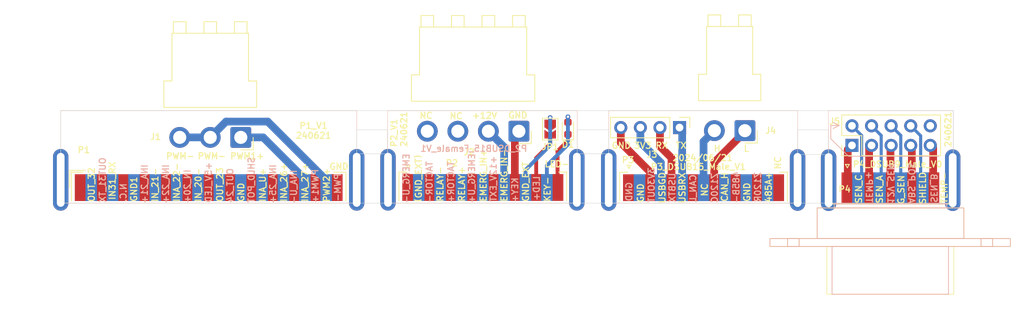
<source format=kicad_pcb>
(kicad_pcb (version 20221018) (generator pcbnew)
  (layers (0 "F.Cu" signal) (31 "B.Cu" signal) (34 "B.Paste" user) (35 "F.Paste" user) (36 "B.SilkS" user "B.Silkscreen") (37 "F.SilkS" user "F.Silkscreen") (38 "B.Mask" user) (39 "F.Mask" user) (44 "Edge.Cuts" user))
  (net 0 "")
  (footprint "Connector_Dsub:DSUB-25_Male_EdgeMount_P2.77mm_1" (layer "F.Cu") (at 82.2 94.9925)
    (fp_text reference "P1" (at -16.2 -4.8925) (layer "F.SilkS") (effects (font (size 0.8 0.8))))
    (fp_text value "DB25_Male")
    (fp_line (start -18.043333 -2.24) (end -16 -2.24) (stroke (width 0.12)) (layer "F.SilkS"))
    (fp_line (start -18.043333 0) (end -18.043333 -2.24) (stroke (width 0.12)) (layer "F.SilkS"))
    (fp_line (start -17.803333 -2) (end -17.803333 1.74) (stroke (width 0.12)) (layer "F.SilkS"))
    (fp_line (start -16.3 -2) (end -17.803333 -2) (stroke (width 0.12)) (layer "F.SilkS"))
    (fp_line (start 17.803333 -2) (end 16.2 -2) (stroke (width 0.12)) (layer "F.SilkS"))
    (fp_line (start 17.803333 1.74) (end 17.803333 -2) (stroke (width 0.12)) (layer "F.SilkS"))
    (pad "0" thru_hole oval (at -19.2 -1.01) (size 2 8) (drill oval 1 7) (layers "*.Cu" "*.Mask"))
    (pad "0" thru_hole oval (at 19.2 -1.01) (size 2 8) (drill oval 1 7) (layers "*.Cu" "*.Mask"))
    (pad "1" smd rect (at -16.62 0) (size 1.5 3.48) (layers "F.Cu" "F.Paste" "F.Mask"))
    (pad "2" smd rect (at -13.85 0) (size 1.5 3.48) (layers "F.Cu" "F.Paste" "F.Mask"))
    (pad "3" smd rect (at -11.08 0) (size 1.5 3.48) (layers "F.Cu" "F.Paste" "F.Mask"))
    (pad "4" smd rect (at -8.31 0) (size 1.5 3.48) (layers "F.Cu" "F.Paste" "F.Mask"))
    (pad "5" smd rect (at -5.54 0) (size 1.5 3.48) (layers "F.Cu" "F.Paste" "F.Mask"))
    (pad "6" smd rect (at -2.77 0) (size 1.5 3.48) (layers "F.Cu" "F.Paste" "F.Mask"))
    (pad "7" smd rect (at 0 0) (size 1.5 3.48) (layers "F.Cu" "F.Paste" "F.Mask"))
    (pad "8" smd rect (at 2.77 0) (size 1.5 3.48) (layers "F.Cu" "F.Paste" "F.Mask"))
    (pad "9" smd rect (at 5.54 0) (size 1.5 3.48) (layers "F.Cu" "F.Paste" "F.Mask"))
    (pad "10" smd rect (at 8.31 0) (size 1.5 3.48) (layers "F.Cu" "F.Paste" "F.Mask"))
    (pad "11" smd rect (at 11.08 0) (size 1.5 3.48) (layers "F.Cu" "F.Paste" "F.Mask"))
    (pad "12" smd rect (at 13.85 0) (size 1.5 3.48) (layers "F.Cu" "F.Paste" "F.Mask"))
    (pad "13" smd rect (at 16.62 0) (size 1.5 3.48) (layers "F.Cu" "F.Paste" "F.Mask"))
    (pad "14" smd rect (at -15.235 0) (size 1.5 3.48) (layers "B.Cu" "B.Paste" "B.Mask"))
    (pad "15" smd rect (at -12.465 0) (size 1.5 3.48) (layers "B.Cu" "B.Paste" "B.Mask"))
    (pad "16" smd rect (at -9.695 0) (size 1.5 3.48) (layers "B.Cu" "B.Paste" "B.Mask"))
    (pad "17" smd rect (at -6.925 0) (size 1.5 3.48) (layers "B.Cu" "B.Paste" "B.Mask"))
    (pad "18" smd rect (at -4.155 0) (size 1.5 3.48) (layers "B.Cu" "B.Paste" "B.Mask"))
    (pad "19" smd rect (at -1.385 0) (size 1.5 3.48) (layers "B.Cu" "B.Paste" "B.Mask"))
    (pad "20" smd rect (at 1.385 0) (size 1.5 3.48) (layers "B.Cu" "B.Paste" "B.Mask"))
    (pad "21" smd rect (at 4.155 0) (size 1.5 3.48) (layers "B.Cu" "B.Paste" "B.Mask"))
    (pad "22" smd rect (at 6.925 0) (size 1.5 3.48) (layers "B.Cu" "B.Paste" "B.Mask"))
    (pad "23" smd rect (at 9.695 0) (size 1.5 3.48) (layers "B.Cu" "B.Paste" "B.Mask"))
    (pad "24" smd rect (at 12.465 0) (size 1.5 3.48) (layers "B.Cu" "B.Paste" "B.Mask"))
    (pad "25" smd rect (at 15.235 0) (size 1.5 3.48) (layers "B.Cu" "B.Paste" "B.Mask"))
  )
  (footprint "Connector_JST:JST_VH_B3PS-VH_1x03_P3.96mm_Horizontal" (layer "F.Cu") (at 86.36 88.475 180)
    (fp_text reference "J1" (at 11.06 0.075) (layer "F.SilkS") (effects (font (size 0.8 0.8))))
    (fp_text value "Conn_01x03_Pin")
    (fp_line (start -2.06 3.89) (end 9.98 3.89) (stroke (width 0.12)) (layer "F.SilkS"))
    (fp_line (start -2.06 7.31) (end -2.06 3.89) (stroke (width 0.12)) (layer "F.SilkS"))
    (fp_line (start -1.61 -1.61) (end -1.61 0) (stroke (width 0.12)) (layer "F.SilkS"))
    (fp_line (start -1.01 7.31) (end -2.06 7.31) (stroke (width 0.12)) (layer "F.SilkS"))
    (fp_line (start -1.01 13.51) (end -1.01 7.31) (stroke (width 0.12)) (layer "F.SilkS"))
    (fp_line (start -0.82 13.51) (end -0.82 15.01) (stroke (width 0.12)) (layer "F.SilkS"))
    (fp_line (start -0.82 15.01) (end 0.82 15.01) (stroke (width 0.12)) (layer "F.SilkS"))
    (fp_line (start 0 -1.61) (end -1.61 -1.61) (stroke (width 0.12)) (layer "F.SilkS"))
    (fp_line (start 0.82 15.01) (end 0.82 13.51) (stroke (width 0.12)) (layer "F.SilkS"))
    (fp_line (start 3.14 13.51) (end 3.14 15.01) (stroke (width 0.12)) (layer "F.SilkS"))
    (fp_line (start 3.14 15.01) (end 4.78 15.01) (stroke (width 0.12)) (layer "F.SilkS"))
    (fp_line (start 4.78 15.01) (end 4.78 13.51) (stroke (width 0.12)) (layer "F.SilkS"))
    (fp_line (start 7.1 13.51) (end 7.1 15.01) (stroke (width 0.12)) (layer "F.SilkS"))
    (fp_line (start 7.1 15.01) (end 8.74 15.01) (stroke (width 0.12)) (layer "F.SilkS"))
    (fp_line (start 8.74 15.01) (end 8.74 13.51) (stroke (width 0.12)) (layer "F.SilkS"))
    (fp_line (start 8.93 7.31) (end 8.93 13.51) (stroke (width 0.12)) (layer "F.SilkS"))
    (fp_line (start 8.93 13.51) (end -1.01 13.51) (stroke (width 0.12)) (layer "F.SilkS"))
    (fp_line (start 9.98 3.89) (end 9.98 7.31) (stroke (width 0.12)) (layer "F.SilkS"))
    (fp_line (start 9.98 7.31) (end 8.93 7.31) (stroke (width 0.12)) (layer "F.SilkS"))
    (pad "1" thru_hole roundrect (at 0 0 180) (size 2.7 2.7) (drill 1.7) (layers "*.Cu" "*.Mask") (roundrect_rratio 0.09259296296))
    (pad "2" thru_hole circle (at 3.96 0 180) (size 2.7 2.7) (drill 1.7) (layers "*.Cu" "*.Mask"))
    (pad "3" thru_hole circle (at 7.92 0 180) (size 2.7 2.7) (drill 1.7) (layers "*.Cu" "*.Mask"))
  )
  (footprint "Jumper:SolderJumper-2_P1.3mm_Open_TrianglePad1.0x1.5mm" (layer "F.Cu") (at 126.5 87.4 -90)
    (fp_text reference "JP1" (at 2.3 0 -180) (layer "F.SilkS") (effects (font (size 0.8 0.8))))
    (fp_text value "SolderJumper_2_Open")
    (fp_line (start -1.4 -1) (end 1.4 -1) (stroke (width 0.12)) (layer "F.SilkS"))
    (fp_line (start -1.4 1) (end -1.4 -1) (stroke (width 0.12)) (layer "F.SilkS"))
    (fp_line (start 1.4 -1) (end 1.4 1) (stroke (width 0.12)) (layer "F.SilkS"))
    (fp_line (start 1.4 1) (end -1.4 1) (stroke (width 0.12)) (layer "F.SilkS"))
    (pad "1" smd custom (at -0.725 0 270) (size 0.3 0.3) (layers "F.Cu" "F.Mask") (options (clearance outline) (anchor rect)) (primitives (gr_poly (pts (xy 1 0) (xy 0.5 0.75) (xy -0.5 0.75) (xy -0.5 -0.75) (xy 0.5 -0.75)) (width 0) (fill yes))))
    (pad "2" smd custom (at 0.725 0 270) (size 0.3 0.3) (layers "F.Cu" "F.Mask") (options (clearance outline) (anchor rect)) (primitives (gr_poly (pts (xy 0.5 0.75) (xy -0.65 0.75) (xy -0.15 0) (xy -0.65 -0.75) (xy 0.5 -0.75)) (width 0) (fill yes))))
  )
  (footprint "Connector_JST:JST_VH_B2PS-VH_1x02_P3.96mm_Horizontal" (layer "F.Cu") (at 151.76 87.6 180)
    (fp_text reference "J4" (at -3.34 0) (layer "F.SilkS") (effects (font (size 0.8 0.8))))
    (fp_text value "B2PS-VH")
    (fp_line (start -2.06 3.89) (end 6.02 3.89) (stroke (width 0.12)) (layer "F.SilkS"))
    (fp_line (start -2.06 7.31) (end -2.06 3.89) (stroke (width 0.12)) (layer "F.SilkS"))
    (fp_line (start -1.61 -1.61) (end -1.61 0) (stroke (width 0.12)) (layer "F.SilkS"))
    (fp_line (start -1.01 7.31) (end -2.06 7.31) (stroke (width 0.12)) (layer "F.SilkS"))
    (fp_line (start -1.01 13.51) (end -1.01 7.31) (stroke (width 0.12)) (layer "F.SilkS"))
    (fp_line (start -0.82 13.51) (end -0.82 15.01) (stroke (width 0.12)) (layer "F.SilkS"))
    (fp_line (start -0.82 15.01) (end 0.82 15.01) (stroke (width 0.12)) (layer "F.SilkS"))
    (fp_line (start 0 -1.61) (end -1.61 -1.61) (stroke (width 0.12)) (layer "F.SilkS"))
    (fp_line (start 0.82 15.01) (end 0.82 13.51) (stroke (width 0.12)) (layer "F.SilkS"))
    (fp_line (start 3.14 13.51) (end 3.14 15.01) (stroke (width 0.12)) (layer "F.SilkS"))
    (fp_line (start 3.14 15.01) (end 4.78 15.01) (stroke (width 0.12)) (layer "F.SilkS"))
    (fp_line (start 4.78 15.01) (end 4.78 13.51) (stroke (width 0.12)) (layer "F.SilkS"))
    (fp_line (start 4.97 7.31) (end 4.97 13.51) (stroke (width 0.12)) (layer "F.SilkS"))
    (fp_line (start 4.97 13.51) (end -1.01 13.51) (stroke (width 0.12)) (layer "F.SilkS"))
    (fp_line (start 6.02 3.89) (end 6.02 7.31) (stroke (width 0.12)) (layer "F.SilkS"))
    (fp_line (start 6.02 7.31) (end 4.97 7.31) (stroke (width 0.12)) (layer "F.SilkS"))
    (pad "1" thru_hole roundrect (at 0 0 180) (size 2.7 2.7) (drill 1.7) (layers "*.Cu" "*.Mask") (roundrect_rratio 0.09259296296))
    (pad "2" thru_hole circle (at 3.96 0 180) (size 2.7 2.7) (drill 1.7) (layers "*.Cu" "*.Mask"))
  )
  (footprint "Connector_Dsub:DSUB-15_Male_EdgeMount_P2.77mm_1" (layer "F.Cu") (at 117.76 94.975)
    (fp_text reference "P2" (at -4.01 -3.175) (layer "F.SilkS") (effects (font (size 0.8 0.8))))
    (fp_text value "DSUB15 Male")
    (fp_line (start -10.878333 -2) (end -10.878333 1.74) (stroke (width 0.12)) (layer "F.SilkS"))
    (fp_line (start -9.925 -2.916506) (end -9.425 -2.916506) (stroke (width 0.12)) (layer "F.SilkS"))
    (fp_line (start -9.835834 -2) (end -10.864167 -2) (stroke (width 0.12)) (layer "F.SilkS"))
    (fp_line (start -9.675 -2.483493) (end -9.925 -2.916506) (stroke (width 0.12)) (layer "F.SilkS"))
    (fp_line (start -9.425 -2.916506) (end -9.675 -2.483493) (stroke (width 0.12)) (layer "F.SilkS"))
    (fp_line (start 10.878333 -2) (end 9.85 -2) (stroke (width 0.12)) (layer "F.SilkS"))
    (fp_line (start 10.878333 1.74) (end 10.878333 -2) (stroke (width 0.12)) (layer "F.SilkS"))
    (pad "0" thru_hole oval (at -12.3 -1) (size 2 8) (drill oval 1 7) (layers "*.Cu" "*.Mask"))
    (pad "0" thru_hole oval (at 12.2 -1) (size 2 8) (drill oval 1 7) (layers "*.Cu" "*.Mask"))
    (pad "1" smd rect (at -9.695 0) (size 1.5 3.48) (layers "F.Cu" "F.Paste" "F.Mask"))
    (pad "2" smd rect (at -6.925 0) (size 1.5 3.48) (layers "F.Cu" "F.Paste" "F.Mask"))
    (pad "3" smd rect (at -4.155 0) (size 1.5 3.48) (layers "F.Cu" "F.Paste" "F.Mask"))
    (pad "4" smd rect (at -1.385 0) (size 1.5 3.48) (layers "F.Cu" "F.Paste" "F.Mask"))
    (pad "5" smd rect (at 1.385 0) (size 1.5 3.48) (layers "F.Cu" "F.Paste" "F.Mask"))
    (pad "6" smd rect (at 4.155 0) (size 1.5 3.48) (layers "F.Cu" "F.Paste" "F.Mask"))
    (pad "7" smd rect (at 6.925 0) (size 1.5 3.48) (layers "F.Cu" "F.Paste" "F.Mask"))
    (pad "8" smd rect (at 9.695 0) (size 1.5 3.48) (layers "F.Cu" "F.Paste" "F.Mask"))
    (pad "9" smd rect (at -8.31 0) (size 1.5 3.48) (layers "B.Cu" "B.Paste" "B.Mask"))
    (pad "10" smd rect (at -5.54 0) (size 1.5 3.48) (layers "B.Cu" "B.Paste" "B.Mask"))
    (pad "11" smd rect (at -2.77 0) (size 1.5 3.48) (layers "B.Cu" "B.Paste" "B.Mask"))
    (pad "12" smd rect (at 0 0) (size 1.5 3.48) (layers "B.Cu" "B.Paste" "B.Mask"))
    (pad "13" smd rect (at 2.77 0) (size 1.5 3.48) (layers "B.Cu" "B.Paste" "B.Mask"))
    (pad "14" smd rect (at 5.54 0) (size 1.5 3.48) (layers "B.Cu" "B.Paste" "B.Mask"))
    (pad "15" smd rect (at 8.31 0) (size 1.5 3.48) (layers "B.Cu" "B.Paste" "B.Mask"))
  )
  (footprint "Connector_Dsub:DSUB-15_Male_EdgeMount_P2.77mm_1" (layer "F.Cu") (at 146.395 95)
    (fp_text reference "P3" (at -9.795 -3.6) (layer "F.SilkS") (effects (font (size 0.8 0.8))))
    (fp_text value "DA15")
    (fp_line (start -10.878333 -2) (end -10.878333 1.74) (stroke (width 0.12)) (layer "F.SilkS"))
    (fp_line (start -9.925 -2.916506) (end -9.425 -2.916506) (stroke (width 0.12)) (layer "F.SilkS"))
    (fp_line (start -9.835834 -2) (end -10.864167 -2) (stroke (width 0.12)) (layer "F.SilkS"))
    (fp_line (start -9.675 -2.483493) (end -9.925 -2.916506) (stroke (width 0.12)) (layer "F.SilkS"))
    (fp_line (start -9.425 -2.916506) (end -9.675 -2.483493) (stroke (width 0.12)) (layer "F.SilkS"))
    (fp_line (start 10.878333 -2) (end 9.85 -2) (stroke (width 0.12)) (layer "F.SilkS"))
    (fp_line (start 10.878333 1.74) (end 10.878333 -2) (stroke (width 0.12)) (layer "F.SilkS"))
    (pad "0" thru_hole oval (at -12.3 -1) (size 2 8) (drill oval 1 7) (layers "*.Cu" "*.Mask"))
    (pad "0" thru_hole oval (at 12.2 -1) (size 2 8) (drill oval 1 7) (layers "*.Cu" "*.Mask"))
    (pad "1" smd rect (at -9.695 0) (size 1.5 3.48) (layers "F.Cu" "F.Paste" "F.Mask"))
    (pad "2" smd rect (at -6.925 0) (size 1.5 3.48) (layers "F.Cu" "F.Paste" "F.Mask"))
    (pad "3" smd rect (at -4.155 0) (size 1.5 3.48) (layers "F.Cu" "F.Paste" "F.Mask"))
    (pad "4" smd rect (at -1.385 0) (size 1.5 3.48) (layers "F.Cu" "F.Paste" "F.Mask"))
    (pad "5" smd rect (at 1.385 0) (size 1.5 3.48) (layers "F.Cu" "F.Paste" "F.Mask"))
    (pad "6" smd rect (at 4.155 0) (size 1.5 3.48) (layers "F.Cu" "F.Paste" "F.Mask"))
    (pad "7" smd rect (at 6.925 0) (size 1.5 3.48) (layers "F.Cu" "F.Paste" "F.Mask"))
    (pad "8" smd rect (at 9.695 0) (size 1.5 3.48) (layers "F.Cu" "F.Paste" "F.Mask"))
    (pad "9" smd rect (at -8.31 0) (size 1.5 3.48) (layers "B.Cu" "B.Paste" "B.Mask"))
    (pad "10" smd rect (at -5.54 0) (size 1.5 3.48) (layers "B.Cu" "B.Paste" "B.Mask"))
    (pad "11" smd rect (at -2.77 0) (size 1.5 3.48) (layers "B.Cu" "B.Paste" "B.Mask"))
    (pad "12" smd rect (at 0 0) (size 1.5 3.48) (layers "B.Cu" "B.Paste" "B.Mask"))
    (pad "13" smd rect (at 2.77 0) (size 1.5 3.48) (layers "B.Cu" "B.Paste" "B.Mask"))
    (pad "14" smd rect (at 5.54 0) (size 1.5 3.48) (layers "B.Cu" "B.Paste" "B.Mask"))
    (pad "15" smd rect (at 8.31 0) (size 1.5 3.48) (layers "B.Cu" "B.Paste" "B.Mask"))
  )
  (footprint "LED_SMD:LED_0603_1608Metric" (layer "F.Cu") (at 128.8 87.3 90)
    (fp_text reference "D1" (at -2.1 0 180) (layer "F.SilkS") (effects (font (size 0.8 0.8))))
    (fp_text value "LED")
    (fp_line (start -1.485 -0.735) (end -1.485 0.735) (stroke (width 0.12)) (layer "F.SilkS"))
    (fp_line (start -1.485 0.735) (end 0.8 0.735) (stroke (width 0.12)) (layer "F.SilkS"))
    (fp_line (start 0.8 -0.735) (end -1.485 -0.735) (stroke (width 0.12)) (layer "F.SilkS"))
    (pad "1" smd roundrect (at -0.7875 0 90) (size 0.875 0.95) (layers "F.Cu" "F.Paste" "F.Mask"))
    (pad "2" smd roundrect (at 0.7875 0 90) (size 0.875 0.95) (layers "F.Cu" "F.Paste" "F.Mask"))
  )
  (footprint "Connector_PinHeader_2.54mm:PinHeader_1x04_P2.54mm_Vertical" (layer "F.Cu") (at 143.28 87.2 -90)
    (fp_text reference "J3" (at 3.5 3.58) (layer "F.SilkS") (effects (font (size 0.8 0.8))))
    (fp_text value "4P_Header")
    (fp_line (start -1.33 -1.33) (end 0 -1.33) (stroke (width 0.12)) (layer "F.SilkS"))
    (fp_line (start -1.33 0) (end -1.33 -1.33) (stroke (width 0.12)) (layer "F.SilkS"))
    (fp_line (start -1.33 1.27) (end -1.33 8.95) (stroke (width 0.12)) (layer "F.SilkS"))
    (fp_line (start -1.33 1.27) (end 1.33 1.27) (stroke (width 0.12)) (layer "F.SilkS"))
    (fp_line (start -1.33 8.95) (end 1.33 8.95) (stroke (width 0.12)) (layer "F.SilkS"))
    (fp_line (start 1.33 1.27) (end 1.33 8.95) (stroke (width 0.12)) (layer "F.SilkS"))
    (pad "1" thru_hole rect (at 0 0 270) (size 1.7 1.7) (drill 1) (layers "*.Cu" "*.Mask"))
    (pad "2" thru_hole oval (at 0 2.54 270) (size 1.7 1.7) (drill 1) (layers "*.Cu" "*.Mask"))
    (pad "3" thru_hole oval (at 0 5.08 270) (size 1.7 1.7) (drill 1) (layers "*.Cu" "*.Mask"))
    (pad "4" thru_hole oval (at 0 7.62 270) (size 1.7 1.7) (drill 1) (layers "*.Cu" "*.Mask"))
  )
  (footprint "Connector_JST:JST_VH_B4PS-VH_1x04_P3.96mm_Horizontal" (layer "F.Cu") (at 122.44 87.675 180)
    (fp_text reference "J2" (at 6.46 -2.7) (layer "F.SilkS") (effects (font (size 0.8 0.8))))
    (fp_text value "B4PS-VH")
    (fp_line (start -2.06 3.89) (end 13.94 3.89) (stroke (width 0.12)) (layer "F.SilkS"))
    (fp_line (start -2.06 7.31) (end -2.06 3.89) (stroke (width 0.12)) (layer "F.SilkS"))
    (fp_line (start -1.61 -1.61) (end -1.61 0) (stroke (width 0.12)) (layer "F.SilkS"))
    (fp_line (start -1.01 7.31) (end -2.06 7.31) (stroke (width 0.12)) (layer "F.SilkS"))
    (fp_line (start -1.01 13.51) (end -1.01 7.31) (stroke (width 0.12)) (layer "F.SilkS"))
    (fp_line (start -0.82 13.51) (end -0.82 15.01) (stroke (width 0.12)) (layer "F.SilkS"))
    (fp_line (start -0.82 15.01) (end 0.82 15.01) (stroke (width 0.12)) (layer "F.SilkS"))
    (fp_line (start 0 -1.61) (end -1.61 -1.61) (stroke (width 0.12)) (layer "F.SilkS"))
    (fp_line (start 0.82 15.01) (end 0.82 13.51) (stroke (width 0.12)) (layer "F.SilkS"))
    (fp_line (start 3.14 13.51) (end 3.14 15.01) (stroke (width 0.12)) (layer "F.SilkS"))
    (fp_line (start 3.14 15.01) (end 4.78 15.01) (stroke (width 0.12)) (layer "F.SilkS"))
    (fp_line (start 4.78 15.01) (end 4.78 13.51) (stroke (width 0.12)) (layer "F.SilkS"))
    (fp_line (start 7.1 13.51) (end 7.1 15.01) (stroke (width 0.12)) (layer "F.SilkS"))
    (fp_line (start 7.1 15.01) (end 8.74 15.01) (stroke (width 0.12)) (layer "F.SilkS"))
    (fp_line (start 8.74 15.01) (end 8.74 13.51) (stroke (width 0.12)) (layer "F.SilkS"))
    (fp_line (start 11.06 13.51) (end 11.06 15.01) (stroke (width 0.12)) (layer "F.SilkS"))
    (fp_line (start 11.06 15.01) (end 12.7 15.01) (stroke (width 0.12)) (layer "F.SilkS"))
    (fp_line (start 12.7 15.01) (end 12.7 13.51) (stroke (width 0.12)) (layer "F.SilkS"))
    (fp_line (start 12.89 7.31) (end 12.89 13.51) (stroke (width 0.12)) (layer "F.SilkS"))
    (fp_line (start 12.89 13.51) (end -1.01 13.51) (stroke (width 0.12)) (layer "F.SilkS"))
    (fp_line (start 13.94 3.89) (end 13.94 7.31) (stroke (width 0.12)) (layer "F.SilkS"))
    (fp_line (start 13.94 7.31) (end 12.89 7.31) (stroke (width 0.12)) (layer "F.SilkS"))
    (pad "1" thru_hole roundrect (at 0 0 180) (size 2.7 2.7) (drill 1.7) (layers "*.Cu" "*.Mask") (roundrect_rratio 0.09259296296))
    (pad "2" thru_hole circle (at 3.96 0 180) (size 2.7 2.7) (drill 1.7) (layers "*.Cu" "*.Mask"))
    (pad "3" thru_hole circle (at 7.92 0 180) (size 2.7 2.7) (drill 1.7) (layers "*.Cu" "*.Mask"))
    (pad "4" thru_hole circle (at 11.88 0 180) (size 2.7 2.7) (drill 1.7) (layers "*.Cu" "*.Mask"))
  )
  (footprint "Connector_Dsub:DSUB-9_Male_Calendar_P2.77x2.84mm_MountingHoles3.1mm_24.99" (layer "F.Cu") (at 170.6 102.625)
    (fp_text reference "P4" (at -5.9 -7.425) (layer "F.SilkS") (effects (font (size 0.8 0.8))))
    (fp_text value "DE9_Receptacle_MountingHoles")
    (fp_rect (start -15.595 -1.02) (end 15.595 0) (stroke (width 0.1)) (fill none) (layer "B.SilkS"))
    (fp_rect (start -13.3 -1.02) (end -11.8 0) (stroke (width 0.1)) (fill none) (layer "B.SilkS"))
    (fp_rect (start -9.46 -5.01) (end 9.56 -1.02) (stroke (width 0.1)) (fill none) (layer "B.SilkS"))
    (fp_rect (start -7.53 0) (end 7.57 6.2) (stroke (width 0.1)) (fill none) (layer "B.SilkS"))
    (fp_rect (start -7.25 -5.51) (end 7.35 -5.01) (stroke (width 0.1)) (fill none) (layer "B.SilkS"))
    (fp_rect (start 11.8 -1.02) (end 13.3 0) (stroke (width 0.1)) (fill none) (layer "B.SilkS"))
    (fp_line (start -5.8 -10.643013) (end -5.3 -10.643013) (stroke (width 0.12)) (layer "F.SilkS"))
    (fp_line (start -5.55 -10.21) (end -5.8 -10.643013) (stroke (width 0.12)) (layer "F.SilkS"))
    (fp_line (start -5.3 -10.643013) (end -5.55 -10.21) (stroke (width 0.12)) (layer "F.SilkS"))
    (fp_rect (start -15.595 -1.02) (end 15.595 0) (stroke (width 0.1)) (fill none) (layer "F.SilkS"))
    (fp_rect (start -13.3 -1.02) (end -11.8 0) (stroke (width 0.1)) (fill none) (layer "F.SilkS"))
    (fp_rect (start -9.46 -5.01) (end 9.56 -1.02) (stroke (width 0.1)) (fill none) (layer "F.SilkS"))
    (fp_rect (start -8.21 0) (end 8.25 6.2) (stroke (width 0.1)) (fill none) (layer "F.SilkS"))
    (fp_rect (start -7.95 -5.51) (end 8.05 -5.01) (stroke (width 0.1)) (fill none) (layer "F.SilkS"))
    (fp_rect (start 11.8 -1.02) (end 13.3 0) (stroke (width 0.1)) (fill none) (layer "F.SilkS"))
    (pad "0" thru_hole oval (at -7.98 -8.6) (size 2 8) (drill oval 1 7) (layers "*.Cu" "*.Mask"))
    (pad "0" thru_hole oval (at 8.12 -8.6) (size 2 8) (drill oval 1 7) (layers "*.Cu" "*.Mask"))
    (pad "1" smd rect (at -5.505 -7.61) (size 1.6 4) (layers "F.Cu" "F.Paste" "F.Mask"))
    (pad "2" smd rect (at -2.735 -7.61) (size 1.6 4) (layers "F.Cu" "F.Paste" "F.Mask"))
    (pad "3" smd rect (at 0.035 -7.61) (size 1.6 4) (layers "F.Cu" "F.Paste" "F.Mask"))
    (pad "4" smd rect (at 2.805 -7.61) (size 1.6 4) (layers "F.Cu" "F.Paste" "F.Mask"))
    (pad "5" smd rect (at 5.575 -7.61) (size 1.6 4) (layers "F.Cu" "F.Paste" "F.Mask"))
    (pad "6" smd rect (at -4.12 -7.61) (size 1.6 4) (layers "B.Cu" "B.Paste" "B.Mask"))
    (pad "7" smd rect (at -1.35 -7.61) (size 1.6 4) (layers "B.Cu" "B.Paste" "B.Mask"))
    (pad "8" smd rect (at 1.42 -7.61) (size 1.6 4) (layers "B.Cu" "B.Paste" "B.Mask"))
    (pad "9" smd rect (at 4.19 -7.61) (size 1.6 4) (layers "B.Cu" "B.Paste" "B.Mask"))
  )
  (footprint "Connector_PinSocket_2.54mm:PinSocket_2x05_P2.54mm_Row" (layer "F.Cu") (at 165.65 86.975 90)
    (fp_text reference "J5" (at 0.575 -2.25 180) (layer "F.SilkS") (effects (font (size 0.8 0.8))))
    (fp_text value "Conn_2Rows-09Pins")
    (fp_line (start -3.87 -1.33) (end -3.87 0) (stroke (width 0.12)) (layer "F.SilkS"))
    (fp_line (start -3.87 1.27) (end -3.87 11.49) (stroke (width 0.12)) (layer "F.SilkS"))
    (fp_line (start -3.87 1.27) (end -1.27 1.27) (stroke (width 0.12)) (layer "F.SilkS"))
    (fp_line (start -3.87 11.49) (end 1.33 11.49) (stroke (width 0.12)) (layer "F.SilkS"))
    (fp_line (start -3.865 -1.33) (end -2.535 -1.33) (stroke (width 0.12)) (layer "F.SilkS"))
    (fp_line (start -1.27 -1.33) (end -1.27 1.27) (stroke (width 0.12)) (layer "F.SilkS"))
    (fp_line (start -1.2 -1.33) (end 1.4 -1.33) (stroke (width 0.12)) (layer "F.SilkS"))
    (fp_line (start 1.4 -1.33) (end 1.4 11.49) (stroke (width 0.12)) (layer "F.SilkS"))
    (pad "1" thru_hole rect (at -2.54 0 90) (size 1.7 1.7) (drill 1) (layers "*.Cu" "*.Mask"))
    (pad "2" thru_hole oval (at -2.54 2.54 90) (size 1.7 1.7) (drill 1) (layers "*.Cu" "*.Mask"))
    (pad "3" thru_hole oval (at -2.54 5.08 90) (size 1.7 1.7) (drill 1) (layers "*.Cu" "*.Mask"))
    (pad "4" thru_hole oval (at -2.54 7.62 90) (size 1.7 1.7) (drill 1) (layers "*.Cu" "*.Mask"))
    (pad "5" thru_hole oval (at -2.54 10.16 90) (size 1.7 1.7) (drill 1) (layers "*.Cu" "*.Mask"))
    (pad "6" thru_hole circle (at 0 0 90) (size 1.7 1.7) (drill 1) (layers "*.Cu" "*.Mask"))
    (pad "7" thru_hole oval (at 0 2.54 90) (size 1.7 1.7) (drill 1) (layers "*.Cu" "*.Mask"))
    (pad "8" thru_hole oval (at 0 5.08 90) (size 1.7 1.7) (drill 1) (layers "*.Cu" "*.Mask"))
    (pad "9" thru_hole oval (at 0 7.62 90) (size 1.7 1.7) (drill 1) (layers "*.Cu" "*.Mask"))
    (pad "10" thru_hole oval (at 0 10.16 90) (size 1.7 1.7) (drill 1) (layers "*.Cu" "*.Mask"))
  )
  (gr_rect (start 105.4 85) (end 130 97) (stroke (width 0.05)) (fill none) (layer "B.SilkS"))
  (gr_line (start 164 86.925) (end 163.2 86.525) (stroke (width 0.1)) (layer "B.SilkS"))
  (gr_line (start 164 86.925) (end 163.2 87.325) (stroke (width 0.1)) (layer "B.SilkS"))
  (gr_line (start 162.9 86.925) (end 164 86.925) (stroke (width 0.1)) (layer "B.SilkS"))
  (gr_rect (start 134.1 85) (end 158.6 97) (stroke (width 0.05)) (fill none) (layer "B.SilkS"))
  (gr_line (start 165.2 90.925) (end 162.9 88.65) (stroke (width 0.1)) (layer "B.SilkS"))
  (gr_rect (start 63 85) (end 101.4 97) (stroke (width 0.05)) (fill none) (layer "B.SilkS"))
  (gr_rect (start 162.6 85) (end 178.8 97) (stroke (width 0.05)) (fill none) (layer "B.SilkS"))
  (gr_line (start 176.9 90.925) (end 165.2 90.925) (stroke (width 0.1)) (layer "B.SilkS"))
  (gr_line (start 162.9 86.925) (end 162.9 88.65) (stroke (width 0.1)) (layer "B.SilkS"))
  (gr_rect (start 130 87.5) (end 134.1 90.6) (stroke (width 0.05)) (fill none) (layer "Edge.Cuts"))
  (gr_rect (start 158.6 87.5) (end 162.6 90.7) (stroke (width 0.05)) (fill none) (layer "Edge.Cuts"))
  (gr_rect locked (start 63 85) (end 178.8 97) (stroke (width 0.05)) (fill none) (layer "Edge.Cuts"))
  (gr_rect (start 101.4 87.5) (end 105.4 90.6) (stroke (width 0.05)) (fill none) (layer "Edge.Cuts"))
  (gr_text "PWM1+" (at 96.5 92.5 90) (layer "B.SilkS") (effects (font (size 0.8 0.8) (thickness 0.15) bold) (justify left bottom mirror)))
  (gr_text "Z120R" (at 153.9 92.9 90) (layer "B.SilkS") (effects (font (size 0.8 0.8) (thickness 0.15) bold) (justify left bottom mirror)))
  (gr_text "12V_SEN" (at 170.2 97.125 270) (layer "B.SilkS") (effects (font (size 0.8 0.8) (thickness 0.15) bold) (justify left bottom mirror)))
  (gr_text "ABS_POS" (at 172.9 97.125 270) (layer "B.SilkS") (effects (font (size 0.8 0.8) (thickness 0.15) bold) (justify left bottom mirror)))
  (gr_text "INA_U-" (at 93.7 92.6 90) (layer "B.SilkS") (effects (font (size 0.8 0.8) (thickness 0.15) bold) (justify left bottom mirror)))
  (gr_text "OUT31_TX" (at 68.9 91 90) (layer "B.SilkS") (effects (font (size 0.8 0.8) (thickness 0.15) bold) (justify left bottom mirror)))
  (gr_text "EMERG_U-" (at 108.3 90.5 90) (layer "B.SilkS") (effects (font (size 0.8 0.8) (thickness 0.15) bold) (justify left bottom mirror)))
  (gr_text "P2_DSUB15_Female_V1" (at 123.6 90.4) (layer "B.SilkS") (effects (font (size 0.8 0.8) (thickness 0.15) bold) (justify left bottom mirror)))
  (gr_text "SEN_B" (at 175.8 97.025 270) (layer "B.SilkS") (effects (font (size 0.8 0.8) (thickness 0.15) bold) (justify left bottom mirror)))
  (gr_text "TACTOR-" (at 111.3 91.5 90) (layer "B.SilkS") (effects (font (size 0.8 0.8) (thickness 0.15) bold) (justify left bottom mirror)))
  (gr_text "485B-" (at 151.1 92.8 90) (layer "B.SilkS") (effects (font (size 0.8 0.8) (thickness 0.15) bold) (justify left bottom mirror)))
  (gr_text "KEY+" (at 122.4 93.6 90) (layer "B.SilkS") (effects (font (size 0.8 0.8) (thickness 0.15) bold) (justify left bottom mirror)))
  (gr_text "TACTOR+" (at 114.1 91.5 90) (layer "B.SilkS") (effects (font (size 0.8 0.8) (thickness 0.15) bold) (justify left bottom mirror)))
  (gr_text "USBTX" (at 142.8 93 90) (layer "B.SilkS") (effects (font (size 0.8 0.8) (thickness 0.15) bold) (justify left bottom mirror)))
  (gr_text "3V3OUT" (at 140.1 92.3 90) (layer "B.SilkS") (effects (font (size 0.8 0.8) (thickness 0.15) bold) (justify left bottom mirror)))
  (gr_text "IN_20+" (at 79.9 92.55 90) (layer "B.SilkS") (effects (font (size 0.8 0.8) (thickness 0.15) bold) (justify left bottom mirror)))
  (gr_text "Z120C" (at 148.3 93 90) (layer "B.SilkS") (effects (font (size 0.8 0.8) (thickness 0.15) bold) (justify left bottom mirror)))
  (gr_text "LED+" (at 125.2 93.4 90) (layer "B.SilkS") (effects (font (size 0.8 0.8) (thickness 0.15) bold) (justify left bottom mirror)))
  (gr_text "+12V_EXT" (at 119.6 90.8 90) (layer "B.SilkS") (effects (font (size 0.8 0.8) (thickness 0.15) bold) (justify left bottom mirror)))
  (gr_text "INA_25+" (at 91 91.9 90) (layer "B.SilkS") (effects (font (size 0.8 0.8) (thickness 0.15) bold) (justify left bottom mirror)))
  (gr_text "GND" (at 137.2 94.2 90) (layer "B.SilkS") (effects (font (size 0.8 0.8) (thickness 0.15) bold) (justify left bottom mirror)))
  (gr_text "OUT_24" (at 85.45 92.4 90) (layer "B.SilkS") (effects (font (size 0.8 0.8) (thickness 0.15) bold) (justify left bottom mirror)))
  (gr_text "+5V_LED" (at 82.65 91.6 90) (layer "B.SilkS") (effects (font (size 0.8 0.8) (thickness 0.15) bold) (justify left bottom mirror)))
  (gr_text "CAN_L" (at 145.5 93.2 90) (layer "B.SilkS") (effects (font (size 0.8 0.8) (thickness 0.15) bold) (justify left bottom mirror)))
  (gr_text "N.C." (at 71.6 94.35 90) (layer "B.SilkS") (effects (font (size 0.8 0.8) (thickness 0.15) bold) (justify left bottom mirror)))
  (gr_text "INA_21+" (at 74.35 91.9 90) (layer "B.SilkS") (effects (font (size 0.8 0.8) (thickness 0.15) bold) (justify left bottom mirror)))
  (gr_text "PWM-" (at 99.4 93.05 90) (layer "B.SilkS") (effects (font (size 0.8 0.8) (thickness 0.15) bold) (justify left bottom mirror)))
  (gr_text "EMERG_U+" (at 116.8 90.5 90) (layer "B.SilkS") (effects (font (size 0.8 0.8) (thickness 0.15) bold) (justify left bottom mirror)))
  (gr_text "TEMP+" (at 167.4 97.025 270) (layer "B.SilkS") (effects (font (size 0.8 0.8) (thickness 0.15) bold) (justify left bottom mirror)))
  (gr_text "INA_22+" (at 77.1 91.9 90) (layer "B.SilkS") (effects (font (size 0.8 0.8) (thickness 0.15) bold) (justify left bottom mirror)))
  (gr_text "SHLD_POT" (at 88.2 90.95 90) (layer "B.SilkS") (effects (font (size 0.8 0.8) (thickness 0.15) bold) (justify left bottom mirror)))
  (gr_text "OUT_23" (at 83.65 94.6 90) (layer "F.SilkS") (effects (font (size 0.8 0.8))))
  (gr_text "P3_DSUB15_Male_V1" (at 139.47 92.76) (layer "F.SilkS") (effects (font (size 0.8 0.8)) (justify left bottom)))
  (gr_text "3V3" (at 137.3 90) (layer "F.SilkS") (effects (font (size 0.8 0.8)) (justify left bottom)))
  (gr_text "NC" (at 114.3 85.7) (layer "F.SilkS") (effects (font (size 0.8 0.8))))
  (gr_text "TEMP-" (at 178.1 97.125 90) (layer "F.SilkS") (effects (font (size 0.8 0.8) (thickness 0.15) bold) (justify left bottom)))
  (gr_text "INA_26+" (at 91.95 94.3 90) (layer "F.SilkS") (effects (font (size 0.8 0.8))))
  (gr_text "KEY-" (at 126.6 96.9 90) (layer "F.SilkS") (effects (font (size 0.8 0.8) (thickness 0.15) bold) (justify left bottom)))
  (gr_text "EMERG_IN-" (at 121 96.9 90) (layer "F.SilkS") (effects (font (size 0.8 0.8) (thickness 0.15) bold) (justify left bottom)))
  (gr_text "GND" (at 99.1 92.25) (layer "F.SilkS") (effects (font (size 0.8 0.8))))
  (gr_text "SEN_A" (at 169.7 97.125 90) (layer "F.SilkS") (effects (font (size 0.8 0.8) (thickness 0.15) bold) (justify left bottom)))
  (gr_text "P4_DSUB9_Male_V0" (at 165.7 92.425) (layer "F.SilkS") (effects (font (size 0.8 0.8) (thickness 0.15) bold) (justify left bottom)))
  (gr_text "PWM-" (at 78.5 90.9) (layer "F.SilkS") (effects (font (size 0.8 0.8))))
  (gr_text "EMERG_IN+" (at 118.3 96.9 90) (layer "F.SilkS") (effects (font (size 0.8 0.8) (thickness 0.15) bold) (justify left bottom)))
  (gr_text "PWM2+" (at 97.5 94.65 90) (layer "F.SilkS") (effects (font (size 0.8 0.8))))
  (gr_text "RELAY-" (at 112.7 96.9 90) (layer "F.SilkS") (effects (font (size 0.8 0.8) (thickness 0.15) bold) (justify left bottom)))
  (gr_text "IN31_RX" (at 69.7 94.1 90) (layer "F.SilkS") (effects (font (size 0.8 0.8))))
  (gr_text "G_SEN" (at 172.5 97.225 90) (layer "F.SilkS") (effects (font (size 0.8 0.8) (thickness 0.15) bold) (justify left bottom)))
  (gr_text "PWM-" (at 82.6 90.9) (layer "F.SilkS") (effects (font (size 0.8 0.8))))
  (gr_text "485A+" (at 155.3 97 90) (layer "F.SilkS") (effects (font (size 0.8 0.8)) (justify left bottom)))
  (gr_text "GND1" (at 72.5 95.2 90) (layer "F.SilkS") (effects (font (size 0.8 0.8))))
  (gr_text "GND" (at 122.3 85.6) (layer "F.SilkS") (effects (font (size 0.8 0.8))))
  (gr_text "2024/06/21" (at 142.3 91.6) (layer "F.SilkS") (effects (font (size 0.8 0.8) (thickness 0.15) bold) (justify left bottom)))
  (gr_text "LED-" (at 125.7 92.4) (layer "F.SilkS") (effects (font (size 0.8 0.8) (thickness 0.15) bold) (justify left bottom)))
  (gr_text "GND" (at 86.4 95.6 90) (layer "F.SilkS") (effects (font (size 0.8 0.8))))
  (gr_text "240621" (at 178.6 89.825 90) (layer "F.SilkS") (effects (font (size 0.8 0.8) (thickness 0.15) bold) (justify left bottom)))
  (gr_text "P1_V1\n240621" (at 95.8 87.6) (layer "F.SilkS") (effects (font (size 0.8 0.8))))
  (gr_text "GND" (at 152.5 96.9 90) (layer "F.SilkS") (effects (font (size 0.8 0.8)) (justify left bottom)))
  (gr_text "GND_EXT" (at 123.8 96.9 90) (layer "F.SilkS") (effects (font (size 0.8 0.8) (thickness 0.15) bold) (justify left bottom)))
  (gr_text "INA_27+" (at 94.7 94.3 90) (layer "F.SilkS") (effects (font (size 0.8 0.8))))
  (gr_text "INA_U+" (at 89.2 94.65 90) (layer "F.SilkS") (effects (font (size 0.8 0.8))))
  (gr_text "SEN_C" (at 167 97.125 90) (layer "F.SilkS") (effects (font (size 0.8 0.8) (thickness 0.15) bold) (justify left bottom)))
  (gr_text "USBGD" (at 141.5 97.1 90) (layer "F.SilkS") (effects (font (size 0.8 0.8)) (justify left bottom)))
  (gr_text "NC" (at 156.5 92.7 90) (layer "F.SilkS") (effects (font (size 0.8 0.8)) (justify left bottom)))
  (gr_text "PWM1+" (at 87.2 90.9) (layer "F.SilkS") (effects (font (size 0.8 0.8))))
  (gr_text "H     L\n" (at 147.65 90.4) (layer "F.SilkS") (effects (font (size 0.8 0.8)) (justify left bottom)))
  (gr_text "IN_20-" (at 80.85 94.65 90) (layer "F.SilkS") (effects (font (size 0.8 0.8))))
  (gr_text "+12V" (at 118 85.65) (layer "F.SilkS") (effects (font (size 0.8 0.8))))
  (gr_text "P2_V1\n240621" (at 108 89.8 90) (layer "F.SilkS") (effects (font (size 0.8 0.8) (thickness 0.15) bold) (justify left bottom)))
  (gr_text "NC" (at 147 96.2 90) (layer "F.SilkS") (effects (font (size 0.8 0.8)) (justify left bottom)))
  (gr_text "RX" (at 140.1 90) (layer "F.SilkS") (effects (font (size 0.8 0.8)) (justify left bottom)))
  (gr_text "IN_21-" (at 75.25 94.65 90) (layer "F.SilkS") (effects (font (size 0.8 0.8))))
  (gr_text "CAN_H" (at 149.6 96.9 90) (layer "F.SilkS") (effects (font (size 0.8 0.8)) (justify left bottom)))
  (gr_text "OUT_32" (at 67 94.6 90) (layer "F.SilkS") (effects (font (size 0.8 0.8))))
  (gr_text "USBRX" (at 144.1 97.1 90) (layer "F.SilkS") (effects (font (size 0.8 0.8)) (justify left bottom)))
  (gr_text "INA_22-" (at 78.05 94.3 90) (layer "F.SilkS") (effects (font (size 0.8 0.8))))
  (gr_text "GND" (at 134.4 90) (layer "F.SilkS") (effects (font (size 0.8 0.8)) (justify left bottom)))
  (gr_text "SHIELD" (at 175.3 97.225 90) (layer "F.SilkS") (effects (font (size 0.8 0.8) (thickness 0.15) bold) (justify left bottom)))
  (gr_text "GND" (at 138.7 97 90) (layer "F.SilkS") (effects (font (size 0.8 0.8)) (justify left bottom)))
  (gr_text "RELAY+" (at 115.5 96.9 90) (layer "F.SilkS") (effects (font (size 0.8 0.8) (thickness 0.15) bold) (justify left bottom)))
  (gr_text "（GND_EXT）" (at 109.9 97.3 90) (layer "F.SilkS") (effects (font (size 0.8 0.8) (thickness 0.15) bold) (justify left bottom)))
  (gr_text "TX" (at 142.7 90) (layer "F.SilkS") (effects (font (size 0.8 0.8)) (justify left bottom)))
  (gr_text "NC" (at 110.4 85.65) (layer "F.SilkS") (effects (font (size 0.8 0.8))))
  (segment (start 128.8 85.8) (end 128.8 86.5125) (width 0.5) (layer "F.Cu") (net 0))
  (segment (start 142.24 91.14) (end 140.74 89.64) (width 1) (layer "F.Cu") (net 0))
  (segment (start 124.685 94.975) (end 124.825 94.835) (width 0.5) (layer "F.Cu") (net 0))
  (segment (start 139.47 92.97) (end 135.66 89.16) (width 1) (layer "F.Cu") (net 0))
  (segment (start 127.455 90.245) (end 128.8 88.9) (width 0.5) (layer "F.Cu") (net 0))
  (segment (start 167.875 95.164669) (end 167.875 89.83) (width 1) (layer "F.Cu") (net 0))
  (segment (start 176.185 95.164669) (end 176.185 89.89) (width 1) (layer "F.Cu") (net 0))
  (segment (start 147.78 91.72) (end 151.76 87.74) (width 1) (layer "F.Cu") (net 0))
  (segment (start 142.24 95) (end 142.24 91.14) (width 1) (layer "F.Cu") (net 0))
  (segment (start 127.455 94.975) (end 127.455 90.245) (width 0.5) (layer "F.Cu") (net 0))
  (segment (start 126.5 85.9) (end 126.5 86.675) (width 0.5) (layer "F.Cu") (net 0))
  (segment (start 176.185 89.89) (end 175.81 89.515) (width 1) (layer "F.Cu") (net 0))
  (segment (start 124.685 94.975) (end 124.685 91.14) (width 0.5) (layer "F.Cu") (net 0))
  (segment (start 173.415 89.66) (end 173.27 89.515) (width 1) (layer "F.Cu") (net 0))
  (segment (start 126.5 89.325) (end 126.5 88.125) (width 0.5) (layer "F.Cu") (net 0))
  (segment (start 124.685 91.14) (end 126.5 89.325) (width 0.5) (layer "F.Cu") (net 0))
  (segment (start 147.78 95) (end 147.78 91.72) (width 1) (layer "F.Cu") (net 0))
  (segment (start 165.105 90.06) (end 165.65 89.515) (width 1) (layer "F.Cu") (net 0))
  (segment (start 151.76 87.74) (end 151.76 87.6) (width 1) (layer "F.Cu") (net 0))
  (segment (start 135.66 89.16) (end 135.66 87.2) (width 1) (layer "F.Cu") (net 0))
  (segment (start 139.47 95) (end 139.47 92.97) (width 1) (layer "F.Cu") (net 0))
  (segment (start 140.74 89.64) (end 140.74 87.2) (width 1) (layer "F.Cu") (net 0))
  (segment (start 121.915 94.975) (end 121.915 88.245) (width 1) (layer "F.Cu") (net 0))
  (segment (start 167.875 89.83) (end 168.19 89.515) (width 1) (layer "F.Cu") (net 0))
  (segment (start 121.915 88.245) (end 122.46 87.7) (width 1) (layer "F.Cu") (net 0))
  (segment (start 128.8 88.9) (end 128.8 88.0875) (width 0.5) (layer "F.Cu") (net 0))
  (segment (start 170.645 95.164669) (end 170.645 89.6) (width 1) (layer "F.Cu") (net 0))
  (segment (start 170.645 89.6) (end 170.73 89.515) (width 1) (layer "F.Cu") (net 0))
  (segment (start 165.105 95.164669) (end 165.105 90.06) (width 1) (layer "F.Cu") (net 0))
  (segment (start 173.415 95.164669) (end 173.415 89.66) (width 1) (layer "F.Cu") (net 0))
  (via (at 126.5 85.9) (size 0.6) (drill 0.3) (layers "F.Cu" "B.Cu") (net 0))
  (via (at 128.8 85.8) (size 0.6) (drill 0.3) (layers "F.Cu" "B.Cu") (net 0))
  (segment (start 146.395 95) (end 146.395 89.005) (width 1) (layer "B.Cu") (net 0))
  (segment (start 97.435 94.9925) (end 97.435 94.0025) (width 1) (layer "B.Cu") (net 0))
  (segment (start 146.395 89.005) (end 147.8 87.6) (width 1) (layer "B.Cu") (net 0))
  (segment (start 128.8 85.8) (end 128.8 89.4) (width 0.5) (layer "B.Cu") (net 0))
  (segment (start 82.4 88.475) (end 78.44 88.475) (width 1) (layer "B.Cu") (net 0))
  (segment (start 138.2 89.1) (end 138.2 87.2) (width 1) (layer "B.Cu") (net 0))
  (segment (start 166.49 95.164669) (end 166.9 94.754669) (width 0.4) (layer "B.Cu") (net 0))
  (segment (start 94.665 93.8725) (end 89.2675 88.475) (width 1) (layer "B.Cu") (net 0))
  (segment (start 126.5 85.9) (end 126.5 89.5) (width 0.5) (layer "B.Cu") (net 0))
  (segment (start 120.53 94.975) (end 120.53 89.73) (width 1) (layer "B.Cu") (net 0))
  (segment (start 89.2675 88.475) (end 86.36 88.475) (width 1) (layer "B.Cu") (net 0))
  (segment (start 84.45 86.425) (end 82.4 88.475) (width 1) (layer "B.Cu") (net 0))
  (segment (start 89.8575 86.425) (end 84.45 86.425) (width 1) (layer "B.Cu") (net 0))
  (segment (start 166.9 88.225) (end 165.65 86.975) (width 0.4) (layer "B.Cu") (net 0))
  (segment (start 126.5 89.5) (end 123.3 92.7) (width 0.5) (layer "B.Cu") (net 0))
  (segment (start 171.98 88.225) (end 170.73 86.975) (width 0.4) (layer "B.Cu") (net 0))
  (segment (start 126.07 92.13) (end 126.07 94.975) (width 0.5) (layer "B.Cu") (net 0))
  (segment (start 140.855 91.755) (end 138.2 89.1) (width 1) (layer "B.Cu") (net 0))
  (segment (start 143.625 95) (end 143.625 87.545) (width 1) (layer "B.Cu") (net 0))
  (segment (start 169.44 88.225) (end 168.19 86.975) (width 0.4) (layer "B.Cu") (net 0))
  (segment (start 171.98 95.114669) (end 171.98 88.225) (width 0.4) (layer "B.Cu") (net 0))
  (segment (start 174.8 95.164669) (end 174.56 94.924669) (width 0.4) (layer "B.Cu") (net 0))
  (segment (start 123.3 92.7) (end 123.3 94.975) (width 0.5) (layer "B.Cu") (net 0))
  (segment (start 166.9 94.754669) (end 166.9 88.225) (width 0.4) (layer "B.Cu") (net 0))
  (segment (start 143.625 87.545) (end 143.28 87.2) (width 1) (layer "B.Cu") (net 0))
  (segment (start 94.665 94.9925) (end 94.665 93.8725) (width 1) (layer "B.Cu") (net 0))
  (segment (start 169.26 95.164669) (end 169.44 94.984669) (width 0.4) (layer "B.Cu") (net 0))
  (segment (start 172.03 95.164669) (end 171.98 95.114669) (width 0.4) (layer "B.Cu") (net 0))
  (segment (start 97.435 94.0025) (end 89.8575 86.425) (width 1) (layer "B.Cu") (net 0))
  (segment (start 120.53 89.73) (end 118.5 87.7) (width 1) (layer "B.Cu") (net 0))
  (segment (start 169.44 94.984669) (end 169.44 88.225) (width 0.4) (layer "B.Cu") (net 0))
  (segment (start 174.56 94.924669) (end 174.56 88.265) (width 0.4) (layer "B.Cu") (net 0))
  (segment (start 174.56 88.265) (end 173.27 86.975) (width 0.4) (layer "B.Cu") (net 0))
  (segment (start 128.8 89.4) (end 126.07 92.13) (width 0.5) (layer "B.Cu") (net 0))
  (segment (start 140.855 95) (end 140.855 91.755) (width 1) (layer "B.Cu") (net 0))
)
</source>
